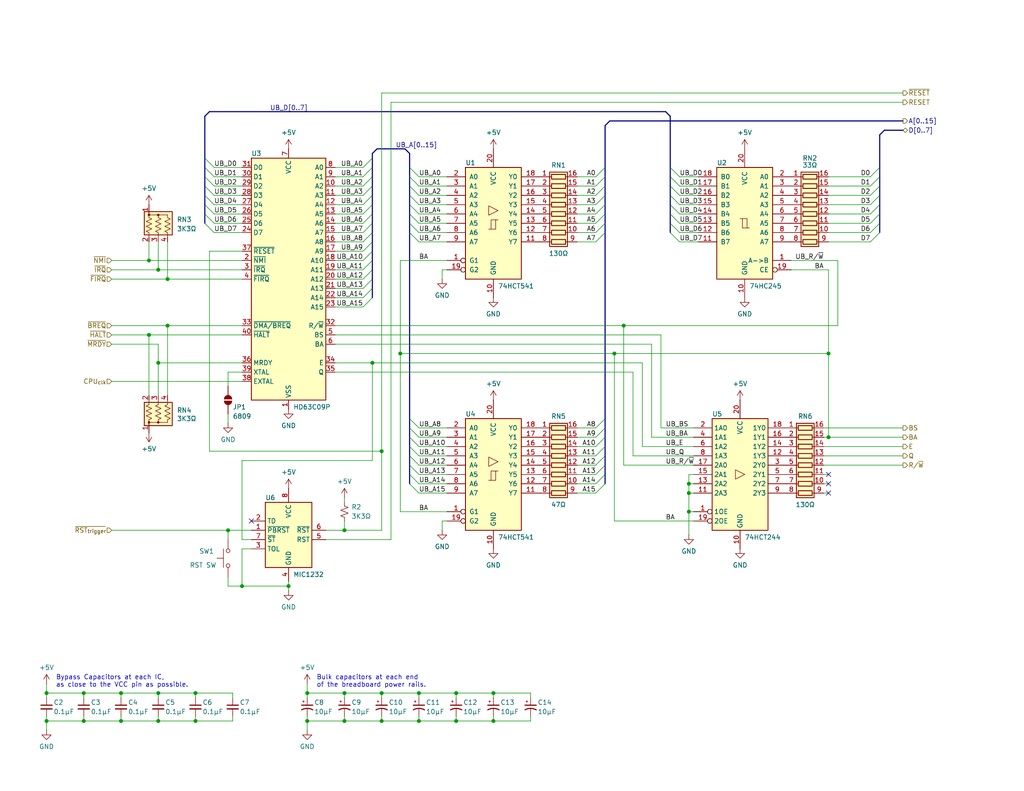
<source format=kicad_sch>
(kicad_sch (version 20250114) (generator "eeschema") (generator_version "9.0")
  (paper "USLetter")
  (title_block (title "CPU - Reset - Bus Buffers") (date "2025-09-13") (rev "2.0") (company "MicroHobbyist") (comment 1 "Frédéric Segard"))
  (lib_symbols
    (symbol "6309 v2.0:MIC1232"
      (property "Reference" "U" (at -5.842 1.016 0))
      (property "Value" "MIC1232" (at 4.826 -19.558 0))
      (symbol "MIC1232_1_1"
        (pin input line (at -10.16 -5.08 0) (length 3.81) (name "TD") (number "2"))
        (pin input line (at -10.16 -7.62 0) (length 3.81) (name "~{PBRST}") (number "1"))
        (pin input line (at -10.16 -10.16 0) (length 3.81) (name "~{ST}") (number "7"))
        (pin input line (at -10.16 -12.7 0) (length 3.81) (name "TOL") (number "3"))
        (pin power_in line (at 0 3.81 270) (length 3.81) (name "VCC") (number "8"))
        (pin power_in line (at 0 -21.59 90) (length 3.81) (name "GND") (number "4"))
        (pin output line (at 10.16 -7.62 180) (length 3.81) (name "~{RST}") (number "6"))
        (pin output line (at 10.16 -10.16 180) (length 3.81) (name "RST") (number "5"))
      )
    )
    (symbol "74xx:74HC244"
      (property "Reference" "U" (at -7.62 16.51 0))
      (property "Value" "74HC244" (at -7.62 -16.51 0))
      (symbol "74HC244_1_0"
        (pin input line (at -12.7 12.7 0) (length 5.08) (name "1A0") (number "2"))
        (pin input line (at -12.7 10.16 0) (length 5.08) (name "1A1") (number "4"))
        (pin input line (at -12.7 7.62 0) (length 5.08) (name "1A2") (number "6"))
        (pin input line (at -12.7 5.08 0) (length 5.08) (name "1A3") (number "8"))
        (pin input line (at -12.7 2.54 0) (length 5.08) (name "2A0") (number "17"))
        (pin input line (at -12.7 0 0) (length 5.08) (name "2A1") (number "15"))
        (pin input line (at -12.7 -2.54 0) (length 5.08) (name "2A2") (number "13"))
        (pin input line (at -12.7 -5.08 0) (length 5.08) (name "2A3") (number "11"))
        (pin input inverted (at -12.7 -10.16 0) (length 5.08) (name "1OE") (number "1"))
        (pin input inverted (at -12.7 -12.7 0) (length 5.08) (name "2OE") (number "19"))
        (pin power_in line (at 0 20.32 270) (length 5.08) (name "VCC") (number "20"))
        (pin power_in line (at 0 -20.32 90) (length 5.08) (name "GND") (number "10"))
        (pin tri_state line (at 12.7 12.7 180) (length 5.08) (name "1Y0") (number "18"))
        (pin tri_state line (at 12.7 10.16 180) (length 5.08) (name "1Y1") (number "16"))
        (pin tri_state line (at 12.7 7.62 180) (length 5.08) (name "1Y2") (number "14"))
        (pin tri_state line (at 12.7 5.08 180) (length 5.08) (name "1Y3") (number "12"))
        (pin tri_state line (at 12.7 2.54 180) (length 5.08) (name "2Y0") (number "3"))
        (pin tri_state line (at 12.7 0 180) (length 5.08) (name "2Y1") (number "5"))
        (pin tri_state line (at 12.7 -2.54 180) (length 5.08) (name "2Y2") (number "7"))
        (pin tri_state line (at 12.7 -5.08 180) (length 5.08) (name "2Y3") (number "9"))
      )
    )
    (symbol "74xx:74HC245" (pin_names (offset 1.016))
      (property "Reference" "U" (at -7.62 16.51 0))
      (property "Value" "74HC245" (at -7.62 -16.51 0))
      (symbol "74HC245_1_0"
        (pin tri_state line (at -12.7 12.7 0) (length 5.08) (name "A0") (number "2"))
        (pin tri_state line (at -12.7 10.16 0) (length 5.08) (name "A1") (number "3"))
        (pin tri_state line (at -12.7 7.62 0) (length 5.08) (name "A2") (number "4"))
        (pin tri_state line (at -12.7 5.08 0) (length 5.08) (name "A3") (number "5"))
        (pin tri_state line (at -12.7 2.54 0) (length 5.08) (name "A4") (number "6"))
        (pin tri_state line (at -12.7 0 0) (length 5.08) (name "A5") (number "7"))
        (pin tri_state line (at -12.7 -2.54 0) (length 5.08) (name "A6") (number "8"))
        (pin tri_state line (at -12.7 -5.08 0) (length 5.08) (name "A7") (number "9"))
        (pin input line (at -12.7 -10.16 0) (length 5.08) (name "A->B") (number "1"))
        (pin input inverted (at -12.7 -12.7 0) (length 5.08) (name "CE") (number "19"))
        (pin power_in line (at 0 20.32 270) (length 5.08) (name "VCC") (number "20"))
        (pin power_in line (at 0 -20.32 90) (length 5.08) (name "GND") (number "10"))
        (pin tri_state line (at 12.7 12.7 180) (length 5.08) (name "B0") (number "18"))
        (pin tri_state line (at 12.7 10.16 180) (length 5.08) (name "B1") (number "17"))
        (pin tri_state line (at 12.7 7.62 180) (length 5.08) (name "B2") (number "16"))
        (pin tri_state line (at 12.7 5.08 180) (length 5.08) (name "B3") (number "15"))
        (pin tri_state line (at 12.7 2.54 180) (length 5.08) (name "B4") (number "14"))
        (pin tri_state line (at 12.7 0 180) (length 5.08) (name "B5") (number "13"))
        (pin tri_state line (at 12.7 -2.54 180) (length 5.08) (name "B6") (number "12"))
        (pin tri_state line (at 12.7 -5.08 180) (length 5.08) (name "B7") (number "11"))
      )
    )
    (symbol "74xx:74HCT541" (pin_names (offset 1.016))
      (property "Reference" "U" (at -7.62 16.51 0))
      (property "Value" "74HCT541" (at -7.62 -16.51 0))
      (symbol "74HCT541_1_0"
        (pin input line (at -12.7 12.7 0) (length 5.08) (name "A0") (number "2"))
        (pin input line (at -12.7 10.16 0) (length 5.08) (name "A1") (number "3"))
        (pin input line (at -12.7 7.62 0) (length 5.08) (name "A2") (number "4"))
        (pin input line (at -12.7 5.08 0) (length 5.08) (name "A3") (number "5"))
        (pin input line (at -12.7 2.54 0) (length 5.08) (name "A4") (number "6"))
        (pin input line (at -12.7 0 0) (length 5.08) (name "A5") (number "7"))
        (pin input line (at -12.7 -2.54 0) (length 5.08) (name "A6") (number "8"))
        (pin input line (at -12.7 -5.08 0) (length 5.08) (name "A7") (number "9"))
        (pin input inverted (at -12.7 -10.16 0) (length 5.08) (name "G1") (number "1"))
        (pin input inverted (at -12.7 -12.7 0) (length 5.08) (name "G2") (number "19"))
        (pin power_in line (at 0 20.32 270) (length 5.08) (name "VCC") (number "20"))
        (pin power_in line (at 0 -20.32 90) (length 5.08) (name "GND") (number "10"))
        (pin tri_state line (at 12.7 12.7 180) (length 5.08) (name "Y0") (number "18"))
        (pin tri_state line (at 12.7 10.16 180) (length 5.08) (name "Y1") (number "17"))
        (pin tri_state line (at 12.7 7.62 180) (length 5.08) (name "Y2") (number "16"))
        (pin tri_state line (at 12.7 5.08 180) (length 5.08) (name "Y3") (number "15"))
        (pin tri_state line (at 12.7 2.54 180) (length 5.08) (name "Y4") (number "14"))
        (pin tri_state line (at 12.7 0 180) (length 5.08) (name "Y5") (number "13"))
        (pin tri_state line (at 12.7 -2.54 180) (length 5.08) (name "Y6") (number "12"))
        (pin tri_state line (at 12.7 -5.08 180) (length 5.08) (name "Y7") (number "11"))
      )
    )
    (symbol "CPU_NXP_6800:MC6809"
      (property "Reference" "U" (at -7.62 34.29 0))
      (property "Value" "MC6809" (at 10.16 34.29 0))
      (symbol "MC6809_1_1"
        (pin bidirectional line (at -12.7 30.48 0) (length 2.54) (name "D0") (number "31"))
        (pin bidirectional line (at -12.7 27.94 0) (length 2.54) (name "D1") (number "30"))
        (pin bidirectional line (at -12.7 25.4 0) (length 2.54) (name "D2") (number "29"))
        (pin bidirectional line (at -12.7 22.86 0) (length 2.54) (name "D3") (number "28"))
        (pin bidirectional line (at -12.7 20.32 0) (length 2.54) (name "D4") (number "27"))
        (pin bidirectional line (at -12.7 17.78 0) (length 2.54) (name "D5") (number "26"))
        (pin bidirectional line (at -12.7 15.24 0) (length 2.54) (name "D6") (number "25"))
        (pin bidirectional line (at -12.7 12.7 0) (length 2.54) (name "D7") (number "24"))
        (pin input line (at -12.7 7.62 0) (length 2.54) (name "~{RESET}") (number "37"))
        (pin input line (at -12.7 5.08 0) (length 2.54) (name "~{NMI}") (number "2"))
        (pin input line (at -12.7 2.54 0) (length 2.54) (name "~{IRQ}") (number "3"))
        (pin input line (at -12.7 0 0) (length 2.54) (name "~{FIRQ}") (number "4"))
        (pin input line (at -12.7 -12.7 0) (length 2.54) (name "~{DMA/BREQ}") (number "33"))
        (pin input line (at -12.7 -15.24 0) (length 2.54) (name "~{HALT}") (number "40"))
        (pin input line (at -12.7 -22.86 0) (length 2.54) (name "MRDY") (number "36"))
        (pin input line (at -12.7 -25.4 0) (length 2.54) (name "XTAL") (number "39"))
        (pin input line (at -12.7 -27.94 0) (length 2.54) (name "EXTAL") (number "38"))
        (pin power_in line (at 0 35.56 270) (length 2.54) (name "VCC") (number "7"))
        (pin power_in line (at 0 -35.56 90) (length 2.54) (name "VSS") (number "1"))
        (pin output line (at 12.7 30.48 180) (length 2.54) (name "A0") (number "8"))
        (pin output line (at 12.7 27.94 180) (length 2.54) (name "A1") (number "9"))
        (pin output line (at 12.7 25.4 180) (length 2.54) (name "A2") (number "10"))
        (pin output line (at 12.7 22.86 180) (length 2.54) (name "A3") (number "11"))
        (pin output line (at 12.7 20.32 180) (length 2.54) (name "A4") (number "12"))
        (pin output line (at 12.7 17.78 180) (length 2.54) (name "A5") (number "13"))
        (pin output line (at 12.7 15.24 180) (length 2.54) (name "A6") (number "14"))
        (pin output line (at 12.7 12.7 180) (length 2.54) (name "A7") (number "15"))
        (pin output line (at 12.7 10.16 180) (length 2.54) (name "A8") (number "16"))
        (pin output line (at 12.7 7.62 180) (length 2.54) (name "A9") (number "17"))
        (pin output line (at 12.7 5.08 180) (length 2.54) (name "A10") (number "18"))
        (pin output line (at 12.7 2.54 180) (length 2.54) (name "A11") (number "19"))
        (pin output line (at 12.7 0 180) (length 2.54) (name "A12") (number "20"))
        (pin output line (at 12.7 -2.54 180) (length 2.54) (name "A13") (number "21"))
        (pin output line (at 12.7 -5.08 180) (length 2.54) (name "A14") (number "22"))
        (pin output line (at 12.7 -7.62 180) (length 2.54) (name "A15") (number "23"))
        (pin output line (at 12.7 -12.7 180) (length 2.54) (name "R/~{W}") (number "32"))
        (pin output line (at 12.7 -15.24 180) (length 2.54) (name "BS") (number "5"))
        (pin output line (at 12.7 -17.78 180) (length 2.54) (name "BA") (number "6"))
        (pin output line (at 12.7 -22.86 180) (length 2.54) (name "E") (number "34"))
        (pin output line (at 12.7 -25.4 180) (length 2.54) (name "Q") (number "35"))
      )
    )
    (symbol "Device:C_Polarized_Small_US" (pin_numbers (hide yes)) (pin_names (offset 0.254) (hide yes))
      (property "Reference" "C" (at 0.254 1.778 0))
      (property "Value" "C_Polarized_Small_US" (at 0.254 -2.032 0))
      (symbol "C_Polarized_Small_US_1_1"
        (pin passive line (at 0 2.54 270) (length 2.032) (name "~") (number "1"))
        (pin passive line (at 0 -2.54 90) (length 2.032) (name "~") (number "2"))
      )
    )
    (symbol "Device:C_Small" (pin_numbers (hide yes)) (pin_names (offset 0.254) (hide yes))
      (property "Reference" "C" (at 0.254 1.778 0))
      (property "Value" "C_Small" (at 0.254 -2.032 0))
      (symbol "C_Small_1_1"
        (pin passive line (at 0 2.54 270) (length 2.032) (name "~") (number "1"))
        (pin passive line (at 0 -2.54 90) (length 2.032) (name "~") (number "2"))
      )
    )
    (symbol "Device:R_Network03_US" (pin_names (offset 0) (hide yes))
      (property "Reference" "RN" (at -5.08 0 90))
      (property "Value" "R_Network03_US" (at 5.08 0 90))
      (symbol "R_Network03_US_1_1"
        (pin passive line (at -2.54 5.08 270) (length 2.54) (name "common") (number "1"))
        (pin passive line (at -2.54 -5.08 90) (length 1.27) (name "R1") (number "2"))
        (pin passive line (at 0 -5.08 90) (length 1.27) (name "R2") (number "3"))
        (pin passive line (at 2.54 -5.08 90) (length 1.27) (name "R3") (number "4"))
      )
    )
    (symbol "Device:R_Pack08" (pin_names (offset 0) (hide yes))
      (property "Reference" "RN" (at -12.7 0 90))
      (property "Value" "R_Pack08" (at 10.16 0 90))
      (symbol "R_Pack08_1_1"
        (pin passive line (at -10.16 5.08 270) (length 2.54) (name "R1.2") (number "16"))
        (pin passive line (at -10.16 -5.08 90) (length 2.54) (name "R1.1") (number "1"))
        (pin passive line (at -7.62 5.08 270) (length 2.54) (name "R2.2") (number "15"))
        (pin passive line (at -7.62 -5.08 90) (length 2.54) (name "R2.1") (number "2"))
        (pin passive line (at -5.08 5.08 270) (length 2.54) (name "R3.2") (number "14"))
        (pin passive line (at -5.08 -5.08 90) (length 2.54) (name "R3.1") (number "3"))
        (pin passive line (at -2.54 5.08 270) (length 2.54) (name "R4.2") (number "13"))
        (pin passive line (at -2.54 -5.08 90) (length 2.54) (name "R4.1") (number "4"))
        (pin passive line (at 0 5.08 270) (length 2.54) (name "R5.2") (number "12"))
        (pin passive line (at 0 -5.08 90) (length 2.54) (name "R5.1") (number "5"))
        (pin passive line (at 2.54 5.08 270) (length 2.54) (name "R6.2") (number "11"))
        (pin passive line (at 2.54 -5.08 90) (length 2.54) (name "R6.1") (number "6"))
        (pin passive line (at 5.08 5.08 270) (length 2.54) (name "R7.2") (number "10"))
        (pin passive line (at 5.08 -5.08 90) (length 2.54) (name "R7.1") (number "7"))
        (pin passive line (at 7.62 5.08 270) (length 2.54) (name "R8.2") (number "9"))
        (pin passive line (at 7.62 -5.08 90) (length 2.54) (name "R8.1") (number "8"))
      )
    )
    (symbol "Device:R_Small_US" (pin_numbers (hide yes)) (pin_names (offset 0.254) (hide yes))
      (property "Reference" "R" (at 0.762 0.508 0))
      (property "Value" "R_Small_US" (at 0.762 -1.016 0))
      (symbol "R_Small_US_1_1"
        (pin passive line (at 0 2.54 270) (length 1.016) (name "~") (number "1"))
        (pin passive line (at 0 -2.54 90) (length 1.016) (name "~") (number "2"))
      )
    )
    (symbol "Jumper:SolderJumper_2_Open" (pin_numbers (hide yes)) (pin_names (offset 0) (hide yes)) (in_bom no)
      (property "Reference" "JP" (at 0 2.032 0))
      (property "Value" "SolderJumper_2_Open" (at 0 -2.54 0))
      (symbol "SolderJumper_2_Open_1_1"
        (pin passive line (at -3.81 0 0) (length 2.54) (name "A") (number "1"))
        (pin passive line (at 3.81 0 180) (length 2.54) (name "B") (number "2"))
      )
    )
    (symbol "Switch:SW_Push" (pin_numbers (hide yes)) (pin_names (offset 1.016) (hide yes))
      (property "Reference" "SW" (at 1.27 2.54 0))
      (property "Value" "SW_Push" (at 0 -1.524 0))
      (symbol "SW_Push_0_1"
        (pin passive line (at -5.08 0 0) (length 2.54) (name "1") (number "1"))
        (pin passive line (at 5.08 0 180) (length 2.54) (name "2") (number "2"))
      )
    )
    (symbol "power:+5V" (power) (pin_numbers (hide yes)) (pin_names (offset 0) (hide yes))
      (property "Value" "+5V" (at 0 3.556 0))
      (symbol "+5V_1_1"
        (pin power_in line (at 0 0 90) (length 0) (name "~") (number "1"))
      )
    )
    (symbol "power:GND" (power) (pin_numbers (hide yes)) (pin_names (offset 0) (hide yes))
      (property "Value" "GND" (at 0 -3.81 0))
      (symbol "GND_1_1"
        (pin power_in line (at 0 0 270) (length 0) (name "~") (number "1"))
      )
    )
  )
  (text "Bypass Capacitors at each IC,\nas close to the VCC pin as possible." (at 15.24 186.055 0) (effects (font (size 1.27 1.27)) (justify left)))
  (text "Bulk capacitors at each end\nof the breadboard power rails." (at 86.36 186.055 0) (effects (font (size 1.27 1.27)) (justify left)))
  (junction (at 78.74 160.02))
  (junction (at 187.96 134.62))
  (junction (at 33.02 196.85))
  (junction (at 83.82 196.85))
  (junction (at 43.18 196.85))
  (junction (at 124.46 189.23))
  (junction (at 114.3 189.23))
  (junction (at 43.18 73.66))
  (junction (at 43.18 99.06))
  (junction (at 62.23 144.78))
  (junction (at 170.18 88.9))
  (junction (at 93.98 196.85))
  (junction (at 134.62 189.23))
  (junction (at 53.34 189.23))
  (junction (at 45.72 76.2))
  (junction (at 53.34 196.85))
  (junction (at 12.7 189.23))
  (junction (at 43.18 189.23))
  (junction (at 104.14 189.23))
  (junction (at 187.96 132.08))
  (junction (at 226.06 96.52))
  (junction (at 22.86 196.85))
  (junction (at 134.62 196.85))
  (junction (at 226.06 119.38))
  (junction (at 83.82 189.23))
  (junction (at 66.04 160.02))
  (junction (at 93.98 189.23))
  (junction (at 93.98 144.78))
  (junction (at 124.46 196.85))
  (junction (at 40.64 91.44))
  (junction (at 187.96 139.7))
  (junction (at 22.86 189.23))
  (junction (at 12.7 196.85))
  (junction (at 167.64 96.52))
  (junction (at 109.22 96.52))
  (junction (at 33.02 189.23))
  (junction (at 104.14 196.85))
  (junction (at 45.72 88.9))
  (junction (at 104.14 123.19))
  (junction (at 101.6 99.06))
  (junction (at 40.64 71.12))
  (junction (at 114.3 196.85))
  (no_connect (at 226.06 132.08))
  (no_connect (at 226.06 134.62))
  (no_connect (at 68.58 142.24))
  (no_connect (at 226.06 129.54))
  (bus_entry (at 55.88 58.42) (size 2.54 2.54))
  (bus_entry (at 182.88 63.5) (size 2.54 2.54))
  (bus_entry (at 99.06 83.82) (size 2.54 -2.54))
  (bus_entry (at 162.56 63.5) (size 2.54 -2.54))
  (bus_entry (at 55.88 55.88) (size 2.54 2.54))
  (bus_entry (at 111.76 121.92) (size 2.54 2.54))
  (bus_entry (at 237.49 58.42) (size 2.54 -2.54))
  (bus_entry (at 111.76 53.34) (size 2.54 2.54))
  (bus_entry (at 182.88 53.34) (size 2.54 2.54))
  (bus_entry (at 182.88 48.26) (size 2.54 2.54))
  (bus_entry (at 162.56 124.46) (size 2.54 -2.54))
  (bus_entry (at 237.49 53.34) (size 2.54 -2.54))
  (bus_entry (at 162.56 53.34) (size 2.54 -2.54))
  (bus_entry (at 162.56 134.62) (size 2.54 -2.54))
  (bus_entry (at 237.49 48.26) (size 2.54 -2.54))
  (bus_entry (at 111.76 48.26) (size 2.54 2.54))
  (bus_entry (at 111.76 124.46) (size 2.54 2.54))
  (bus_entry (at 182.88 55.88) (size 2.54 2.54))
  (bus_entry (at 162.56 48.26) (size 2.54 -2.54))
  (bus_entry (at 99.06 53.34) (size 2.54 -2.54))
  (bus_entry (at 111.76 119.38) (size 2.54 2.54))
  (bus_entry (at 99.06 58.42) (size 2.54 -2.54))
  (bus_entry (at 162.56 116.84) (size 2.54 -2.54))
  (bus_entry (at 99.06 68.58) (size 2.54 -2.54))
  (bus_entry (at 182.88 60.96) (size 2.54 2.54))
  (bus_entry (at 162.56 55.88) (size 2.54 -2.54))
  (bus_entry (at 55.88 53.34) (size 2.54 2.54))
  (bus_entry (at 162.56 58.42) (size 2.54 -2.54))
  (bus_entry (at 111.76 116.84) (size 2.54 2.54))
  (bus_entry (at 111.76 129.54) (size 2.54 2.54))
  (bus_entry (at 162.56 129.54) (size 2.54 -2.54))
  (bus_entry (at 99.06 50.8) (size 2.54 -2.54))
  (bus_entry (at 162.56 50.8) (size 2.54 -2.54))
  (bus_entry (at 182.88 45.72) (size 2.54 2.54))
  (bus_entry (at 55.88 60.96) (size 2.54 2.54))
  (bus_entry (at 55.88 43.18) (size 2.54 2.54))
  (bus_entry (at 111.76 45.72) (size 2.54 2.54))
  (bus_entry (at 182.88 50.8) (size 2.54 2.54))
  (bus_entry (at 55.88 48.26) (size 2.54 2.54))
  (bus_entry (at 55.88 45.72) (size 2.54 2.54))
  (bus_entry (at 111.76 60.96) (size 2.54 2.54))
  (bus_entry (at 99.06 76.2) (size 2.54 -2.54))
  (bus_entry (at 111.76 114.3) (size 2.54 2.54))
  (bus_entry (at 162.56 121.92) (size 2.54 -2.54))
  (bus_entry (at 237.49 55.88) (size 2.54 -2.54))
  (bus_entry (at 162.56 127) (size 2.54 -2.54))
  (bus_entry (at 111.76 55.88) (size 2.54 2.54))
  (bus_entry (at 162.56 60.96) (size 2.54 -2.54))
  (bus_entry (at 111.76 127) (size 2.54 2.54))
  (bus_entry (at 182.88 58.42) (size 2.54 2.54))
  (bus_entry (at 99.06 55.88) (size 2.54 -2.54))
  (bus_entry (at 111.76 50.8) (size 2.54 2.54))
  (bus_entry (at 99.06 66.04) (size 2.54 -2.54))
  (bus_entry (at 237.49 60.96) (size 2.54 -2.54))
  (bus_entry (at 99.06 81.28) (size 2.54 -2.54))
  (bus_entry (at 111.76 58.42) (size 2.54 2.54))
  (bus_entry (at 237.49 66.04) (size 2.54 -2.54))
  (bus_entry (at 111.76 132.08) (size 2.54 2.54))
  (bus_entry (at 99.06 63.5) (size 2.54 -2.54))
  (bus_entry (at 99.06 71.12) (size 2.54 -2.54))
  (bus_entry (at 237.49 50.8) (size 2.54 -2.54))
  (bus_entry (at 162.56 132.08) (size 2.54 -2.54))
  (bus_entry (at 99.06 45.72) (size 2.54 -2.54))
  (bus_entry (at 237.49 63.5) (size 2.54 -2.54))
  (bus_entry (at 99.06 48.26) (size 2.54 -2.54))
  (bus_entry (at 99.06 73.66) (size 2.54 -2.54))
  (bus_entry (at 162.56 66.04) (size 2.54 -2.54))
  (bus_entry (at 99.06 60.96) (size 2.54 -2.54))
  (bus_entry (at 99.06 78.74) (size 2.54 -2.54))
  (bus_entry (at 111.76 63.5) (size 2.54 2.54))
  (bus_entry (at 162.56 119.38) (size 2.54 -2.54))
  (bus_entry (at 55.88 50.8) (size 2.54 2.54))
  (wire (pts (xy 53.34 195.58) (xy 53.34 196.85)))
  (wire (pts (xy 121.92 134.62) (xy 114.3 134.62)))
  (wire (pts (xy 109.22 96.52) (xy 109.22 139.7)))
  (wire (pts (xy 121.92 129.54) (xy 114.3 129.54)))
  (bus (pts (xy 101.6 48.26) (xy 101.6 50.8)))
  (bus (pts (xy 182.88 31.75) (xy 182.88 45.72)))
  (bus (pts (xy 111.76 127) (xy 111.76 129.54)))
  (bus (pts (xy 102.87 40.64) (xy 110.49 40.64)))
  (bus (pts (xy 101.6 53.34) (xy 101.6 55.88)))
  (wire (pts (xy 91.44 93.98) (xy 177.8 93.98)))
  (wire (pts (xy 157.48 116.84) (xy 162.56 116.84)))
  (wire (pts (xy 91.44 101.6) (xy 172.72 101.6)))
  (wire (pts (xy 180.34 116.84) (xy 189.23 116.84)))
  (wire (pts (xy 101.6 99.06) (xy 175.26 99.06)))
  (wire (pts (xy 157.48 50.8) (xy 162.56 50.8)))
  (wire (pts (xy 224.79 132.08) (xy 226.06 132.08)))
  (wire (pts (xy 62.23 160.02) (xy 66.04 160.02)))
  (wire (pts (xy 91.44 60.96) (xy 99.06 60.96)))
  (wire (pts (xy 104.14 196.85) (xy 114.3 196.85)))
  (wire (pts (xy 144.78 189.23) (xy 144.78 190.5)))
  (wire (pts (xy 185.42 63.5) (xy 190.5 63.5)))
  (wire (pts (xy 91.44 81.28) (xy 99.06 81.28)))
  (bus (pts (xy 240.03 36.83) (xy 240.03 45.72)))
  (bus (pts (xy 55.88 50.8) (xy 55.88 48.26)))
  (wire (pts (xy 33.02 189.23) (xy 43.18 189.23)))
  (wire (pts (xy 40.64 91.44) (xy 66.04 91.44)))
  (bus (pts (xy 101.6 43.18) (xy 101.6 45.72)))
  (wire (pts (xy 134.62 189.23) (xy 144.78 189.23)))
  (wire (pts (xy 93.98 189.23) (xy 93.98 190.5)))
  (wire (pts (xy 66.04 149.86) (xy 66.04 160.02)))
  (wire (pts (xy 58.42 58.42) (xy 66.04 58.42)))
  (wire (pts (xy 30.48 71.12) (xy 40.64 71.12)))
  (wire (pts (xy 62.23 101.6) (xy 66.04 101.6)))
  (wire (pts (xy 83.82 189.23) (xy 83.82 190.5)))
  (bus (pts (xy 241.3 35.56) (xy 246.38 35.56)))
  (wire (pts (xy 104.14 189.23) (xy 114.3 189.23)))
  (wire (pts (xy 62.23 144.78) (xy 68.58 144.78)))
  (wire (pts (xy 228.6 71.12) (xy 228.6 88.9)))
  (wire (pts (xy 40.64 71.12) (xy 66.04 71.12)))
  (wire (pts (xy 157.48 55.88) (xy 162.56 55.88)))
  (wire (pts (xy 62.23 101.6) (xy 62.23 105.41)))
  (wire (pts (xy 106.68 27.94) (xy 246.38 27.94)))
  (wire (pts (xy 40.64 66.04) (xy 40.64 71.12)))
  (wire (pts (xy 57.15 68.58) (xy 66.04 68.58)))
  (wire (pts (xy 134.62 189.23) (xy 134.62 190.5)))
  (wire (pts (xy 43.18 73.66) (xy 66.04 73.66)))
  (bus (pts (xy 165.1 63.5) (xy 165.1 60.96)))
  (bus (pts (xy 101.6 68.58) (xy 101.6 71.12)))
  (wire (pts (xy 187.96 132.08) (xy 187.96 134.62)))
  (wire (pts (xy 157.48 121.92) (xy 162.56 121.92)))
  (wire (pts (xy 33.02 189.23) (xy 33.02 190.5)))
  (wire (pts (xy 187.96 139.7) (xy 189.23 139.7)))
  (wire (pts (xy 187.96 132.08) (xy 189.23 132.08)))
  (bus (pts (xy 111.76 45.72) (xy 111.76 48.26)))
  (bus (pts (xy 165.1 132.08) (xy 165.1 129.54)))
  (wire (pts (xy 91.44 71.12) (xy 99.06 71.12)))
  (wire (pts (xy 30.48 76.2) (xy 45.72 76.2)))
  (wire (pts (xy 170.18 88.9) (xy 170.18 127)))
  (wire (pts (xy 224.79 124.46) (xy 246.38 124.46)))
  (wire (pts (xy 120.65 73.66) (xy 120.65 76.2)))
  (bus (pts (xy 101.6 41.91) (xy 101.6 43.18)))
  (wire (pts (xy 224.79 116.84) (xy 246.38 116.84)))
  (wire (pts (xy 53.34 189.23) (xy 53.34 190.5)))
  (wire (pts (xy 114.3 196.85) (xy 124.46 196.85)))
  (wire (pts (xy 45.72 76.2) (xy 66.04 76.2)))
  (wire (pts (xy 88.9 144.78) (xy 93.98 144.78)))
  (wire (pts (xy 58.42 53.34) (xy 66.04 53.34)))
  (wire (pts (xy 93.98 144.78) (xy 104.14 144.78)))
  (wire (pts (xy 226.06 63.5) (xy 237.49 63.5)))
  (bus (pts (xy 182.88 60.96) (xy 182.88 58.42)))
  (bus (pts (xy 240.03 45.72) (xy 240.03 48.26)))
  (bus (pts (xy 111.76 41.91) (xy 111.76 45.72)))
  (wire (pts (xy 124.46 189.23) (xy 124.46 190.5)))
  (wire (pts (xy 53.34 189.23) (xy 63.5 189.23)))
  (bus (pts (xy 101.6 63.5) (xy 101.6 66.04)))
  (wire (pts (xy 33.02 195.58) (xy 33.02 196.85)))
  (wire (pts (xy 157.48 127) (xy 162.56 127)))
  (wire (pts (xy 134.62 195.58) (xy 134.62 196.85)))
  (wire (pts (xy 58.42 60.96) (xy 66.04 60.96)))
  (wire (pts (xy 62.23 144.78) (xy 62.23 147.32)))
  (wire (pts (xy 91.44 91.44) (xy 180.34 91.44)))
  (wire (pts (xy 93.98 189.23) (xy 104.14 189.23)))
  (wire (pts (xy 57.15 68.58) (xy 57.15 123.19)))
  (wire (pts (xy 121.92 63.5) (xy 114.3 63.5)))
  (wire (pts (xy 91.44 45.72) (xy 99.06 45.72)))
  (bus (pts (xy 101.6 71.12) (xy 101.6 73.66)))
  (bus (pts (xy 101.6 76.2) (xy 101.6 78.74)))
  (wire (pts (xy 109.22 71.12) (xy 109.22 96.52)))
  (wire (pts (xy 91.44 73.66) (xy 99.06 73.66)))
  (wire (pts (xy 66.04 125.73) (xy 66.04 147.32)))
  (wire (pts (xy 91.44 99.06) (xy 101.6 99.06)))
  (bus (pts (xy 165.1 114.3) (xy 165.1 63.5)))
  (wire (pts (xy 43.18 189.23) (xy 53.34 189.23)))
  (wire (pts (xy 121.92 58.42) (xy 114.3 58.42)))
  (wire (pts (xy 91.44 66.04) (xy 99.06 66.04)))
  (wire (pts (xy 22.86 196.85) (xy 33.02 196.85)))
  (wire (pts (xy 43.18 66.04) (xy 43.18 73.66)))
  (wire (pts (xy 226.06 96.52) (xy 226.06 119.38)))
  (wire (pts (xy 62.23 157.48) (xy 62.23 160.02)))
  (bus (pts (xy 57.15 30.48) (xy 181.61 30.48)))
  (bus (pts (xy 165.1 55.88) (xy 165.1 53.34)))
  (wire (pts (xy 22.86 195.58) (xy 22.86 196.85)))
  (wire (pts (xy 134.62 196.85) (xy 144.78 196.85)))
  (wire (pts (xy 167.64 96.52) (xy 226.06 96.52)))
  (wire (pts (xy 120.65 142.24) (xy 121.92 142.24)))
  (bus (pts (xy 182.88 58.42) (xy 182.88 55.88)))
  (wire (pts (xy 226.06 60.96) (xy 237.49 60.96)))
  (wire (pts (xy 43.18 196.85) (xy 53.34 196.85)))
  (wire (pts (xy 120.65 142.24) (xy 120.65 144.78)))
  (wire (pts (xy 91.44 48.26) (xy 99.06 48.26)))
  (wire (pts (xy 187.96 134.62) (xy 187.96 139.7)))
  (wire (pts (xy 30.48 88.9) (xy 45.72 88.9)))
  (bus (pts (xy 101.6 58.42) (xy 101.6 60.96)))
  (wire (pts (xy 58.42 50.8) (xy 66.04 50.8)))
  (wire (pts (xy 121.92 124.46) (xy 114.3 124.46)))
  (wire (pts (xy 121.92 48.26) (xy 114.3 48.26)))
  (wire (pts (xy 172.72 124.46) (xy 189.23 124.46)))
  (wire (pts (xy 226.06 55.88) (xy 237.49 55.88)))
  (wire (pts (xy 185.42 55.88) (xy 190.5 55.88)))
  (wire (pts (xy 22.86 189.23) (xy 22.86 190.5)))
  (wire (pts (xy 12.7 189.23) (xy 12.7 190.5)))
  (wire (pts (xy 58.42 63.5) (xy 66.04 63.5)))
  (bus (pts (xy 111.76 53.34) (xy 111.76 55.88)))
  (bus (pts (xy 111.76 63.5) (xy 111.76 114.3)))
  (bus (pts (xy 165.1 119.38) (xy 165.1 116.84)))
  (wire (pts (xy 120.65 73.66) (xy 121.92 73.66)))
  (wire (pts (xy 226.06 73.66) (xy 226.06 96.52)))
  (wire (pts (xy 109.22 139.7) (xy 121.92 139.7)))
  (wire (pts (xy 12.7 196.85) (xy 22.86 196.85)))
  (bus (pts (xy 55.88 58.42) (xy 55.88 55.88)))
  (wire (pts (xy 43.18 189.23) (xy 43.18 190.5)))
  (bus (pts (xy 101.6 55.88) (xy 101.6 58.42)))
  (wire (pts (xy 175.26 99.06) (xy 175.26 121.92)))
  (wire (pts (xy 45.72 88.9) (xy 66.04 88.9)))
  (wire (pts (xy 12.7 189.23) (xy 22.86 189.23)))
  (wire (pts (xy 114.3 195.58) (xy 114.3 196.85)))
  (wire (pts (xy 121.92 66.04) (xy 114.3 66.04)))
  (wire (pts (xy 104.14 25.4) (xy 246.38 25.4)))
  (wire (pts (xy 106.68 27.94) (xy 106.68 147.32)))
  (bus (pts (xy 182.88 63.5) (xy 182.88 60.96)))
  (wire (pts (xy 185.42 60.96) (xy 190.5 60.96)))
  (bus (pts (xy 182.88 50.8) (xy 182.88 48.26)))
  (wire (pts (xy 43.18 99.06) (xy 66.04 99.06)))
  (wire (pts (xy 63.5 189.23) (xy 63.5 190.5)))
  (bus (pts (xy 111.76 114.3) (xy 111.76 116.84)))
  (bus (pts (xy 165.1 116.84) (xy 165.1 114.3)))
  (wire (pts (xy 215.9 71.12) (xy 228.6 71.12)))
  (wire (pts (xy 83.82 186.69) (xy 83.82 189.23)))
  (bus (pts (xy 165.1 45.72) (xy 165.1 34.29)))
  (bus (pts (xy 165.1 60.96) (xy 165.1 58.42)))
  (wire (pts (xy 170.18 127) (xy 189.23 127)))
  (bus (pts (xy 111.76 129.54) (xy 111.76 132.08)))
  (bus (pts (xy 165.1 48.26) (xy 165.1 45.72)))
  (wire (pts (xy 30.48 104.14) (xy 66.04 104.14)))
  (wire (pts (xy 187.96 139.7) (xy 187.96 146.05)))
  (wire (pts (xy 91.44 76.2) (xy 99.06 76.2)))
  (wire (pts (xy 177.8 119.38) (xy 189.23 119.38)))
  (bus (pts (xy 182.88 48.26) (xy 182.88 45.72)))
  (bus (pts (xy 111.76 58.42) (xy 111.76 60.96)))
  (wire (pts (xy 215.9 73.66) (xy 226.06 73.66)))
  (bus (pts (xy 111.76 119.38) (xy 111.76 121.92)))
  (bus (pts (xy 55.88 48.26) (xy 55.88 45.72)))
  (wire (pts (xy 45.72 66.04) (xy 45.72 76.2)))
  (wire (pts (xy 104.14 25.4) (xy 104.14 123.19)))
  (bus (pts (xy 182.88 31.75) (xy 181.61 30.48)))
  (wire (pts (xy 226.06 53.34) (xy 237.49 53.34)))
  (wire (pts (xy 157.48 60.96) (xy 162.56 60.96)))
  (wire (pts (xy 157.48 132.08) (xy 162.56 132.08)))
  (bus (pts (xy 165.1 124.46) (xy 165.1 121.92)))
  (wire (pts (xy 109.22 96.52) (xy 167.64 96.52)))
  (bus (pts (xy 240.03 50.8) (xy 240.03 53.34)))
  (wire (pts (xy 185.42 58.42) (xy 190.5 58.42)))
  (wire (pts (xy 30.48 91.44) (xy 40.64 91.44)))
  (bus (pts (xy 182.88 55.88) (xy 182.88 53.34)))
  (wire (pts (xy 66.04 125.73) (xy 101.6 125.73)))
  (wire (pts (xy 157.48 129.54) (xy 162.56 129.54)))
  (wire (pts (xy 157.48 53.34) (xy 162.56 53.34)))
  (wire (pts (xy 91.44 63.5) (xy 99.06 63.5)))
  (bus (pts (xy 165.1 121.92) (xy 165.1 119.38)))
  (bus (pts (xy 55.88 31.75) (xy 57.15 30.48)))
  (wire (pts (xy 58.42 48.26) (xy 66.04 48.26)))
  (wire (pts (xy 12.7 186.69) (xy 12.7 189.23)))
  (wire (pts (xy 226.06 50.8) (xy 237.49 50.8)))
  (wire (pts (xy 43.18 195.58) (xy 43.18 196.85)))
  (wire (pts (xy 114.3 189.23) (xy 124.46 189.23)))
  (wire (pts (xy 93.98 196.85) (xy 104.14 196.85)))
  (wire (pts (xy 121.92 119.38) (xy 114.3 119.38)))
  (bus (pts (xy 165.1 129.54) (xy 165.1 127)))
  (bus (pts (xy 166.37 33.02) (xy 246.38 33.02)))
  (wire (pts (xy 226.06 48.26) (xy 237.49 48.26)))
  (bus (pts (xy 111.76 116.84) (xy 111.76 119.38)))
  (bus (pts (xy 182.88 53.34) (xy 182.88 50.8)))
  (bus (pts (xy 101.6 60.96) (xy 101.6 63.5)))
  (wire (pts (xy 121.92 55.88) (xy 114.3 55.88)))
  (wire (pts (xy 93.98 135.89) (xy 93.98 137.16)))
  (wire (pts (xy 177.8 93.98) (xy 177.8 119.38)))
  (wire (pts (xy 40.64 91.44) (xy 40.64 107.95)))
  (bus (pts (xy 101.6 41.91) (xy 102.87 40.64)))
  (bus (pts (xy 111.76 55.88) (xy 111.76 58.42)))
  (wire (pts (xy 185.42 53.34) (xy 190.5 53.34)))
  (wire (pts (xy 187.96 134.62) (xy 189.23 134.62)))
  (wire (pts (xy 88.9 147.32) (xy 106.68 147.32)))
  (wire (pts (xy 180.34 91.44) (xy 180.34 116.84)))
  (wire (pts (xy 104.14 195.58) (xy 104.14 196.85)))
  (wire (pts (xy 91.44 78.74) (xy 99.06 78.74)))
  (bus (pts (xy 240.03 55.88) (xy 240.03 58.42)))
  (wire (pts (xy 175.26 121.92) (xy 189.23 121.92)))
  (wire (pts (xy 83.82 195.58) (xy 83.82 196.85)))
  (bus (pts (xy 240.03 36.83) (xy 241.3 35.56)))
  (wire (pts (xy 91.44 53.34) (xy 99.06 53.34)))
  (wire (pts (xy 33.02 196.85) (xy 43.18 196.85)))
  (wire (pts (xy 30.48 73.66) (xy 43.18 73.66)))
  (wire (pts (xy 91.44 55.88) (xy 99.06 55.88)))
  (wire (pts (xy 83.82 196.85) (xy 83.82 199.39)))
  (wire (pts (xy 157.48 63.5) (xy 162.56 63.5)))
  (wire (pts (xy 104.14 123.19) (xy 104.14 144.78)))
  (wire (pts (xy 224.79 129.54) (xy 226.06 129.54)))
  (bus (pts (xy 111.76 121.92) (xy 111.76 124.46)))
  (wire (pts (xy 224.79 119.38) (xy 226.06 119.38)))
  (bus (pts (xy 165.1 58.42) (xy 165.1 55.88)))
  (bus (pts (xy 240.03 48.26) (xy 240.03 50.8)))
  (wire (pts (xy 66.04 147.32) (xy 68.58 147.32)))
  (wire (pts (xy 109.22 71.12) (xy 121.92 71.12)))
  (wire (pts (xy 43.18 93.98) (xy 43.18 99.06)))
  (wire (pts (xy 93.98 142.24) (xy 93.98 144.78)))
  (bus (pts (xy 55.88 45.72) (xy 55.88 43.18)))
  (wire (pts (xy 57.15 123.19) (xy 104.14 123.19)))
  (wire (pts (xy 172.72 101.6) (xy 172.72 124.46)))
  (bus (pts (xy 101.6 66.04) (xy 101.6 68.58)))
  (bus (pts (xy 101.6 73.66) (xy 101.6 76.2)))
  (wire (pts (xy 157.48 66.04) (xy 162.56 66.04)))
  (wire (pts (xy 157.48 134.62) (xy 162.56 134.62)))
  (bus (pts (xy 55.88 60.96) (xy 55.88 58.42)))
  (bus (pts (xy 111.76 60.96) (xy 111.76 63.5)))
  (wire (pts (xy 226.06 66.04) (xy 237.49 66.04)))
  (wire (pts (xy 43.18 99.06) (xy 43.18 107.95)))
  (bus (pts (xy 165.1 127) (xy 165.1 124.46)))
  (wire (pts (xy 124.46 195.58) (xy 124.46 196.85)))
  (bus (pts (xy 240.03 60.96) (xy 240.03 63.5)))
  (wire (pts (xy 91.44 83.82) (xy 99.06 83.82)))
  (wire (pts (xy 78.74 161.29) (xy 78.74 160.02)))
  (wire (pts (xy 157.48 48.26) (xy 162.56 48.26)))
  (bus (pts (xy 240.03 58.42) (xy 240.03 60.96)))
  (bus (pts (xy 111.76 124.46) (xy 111.76 127)))
  (wire (pts (xy 91.44 68.58) (xy 99.06 68.58)))
  (wire (pts (xy 78.74 160.02) (xy 78.74 158.75)))
  (wire (pts (xy 45.72 88.9) (xy 45.72 107.95)))
  (wire (pts (xy 121.92 121.92) (xy 114.3 121.92)))
  (wire (pts (xy 224.79 134.62) (xy 226.06 134.62)))
  (wire (pts (xy 62.23 113.03) (xy 62.23 115.57)))
  (wire (pts (xy 101.6 99.06) (xy 101.6 125.73)))
  (wire (pts (xy 12.7 195.58) (xy 12.7 196.85)))
  (wire (pts (xy 83.82 196.85) (xy 93.98 196.85)))
  (wire (pts (xy 66.04 160.02) (xy 78.74 160.02)))
  (wire (pts (xy 124.46 196.85) (xy 134.62 196.85)))
  (wire (pts (xy 22.86 189.23) (xy 33.02 189.23)))
  (wire (pts (xy 157.48 124.46) (xy 162.56 124.46)))
  (wire (pts (xy 187.96 129.54) (xy 189.23 129.54)))
  (wire (pts (xy 224.79 121.92) (xy 246.38 121.92)))
  (wire (pts (xy 157.48 58.42) (xy 162.56 58.42)))
  (bus (pts (xy 111.76 41.91) (xy 110.49 40.64)))
  (wire (pts (xy 185.42 66.04) (xy 190.5 66.04)))
  (bus (pts (xy 240.03 53.34) (xy 240.03 55.88)))
  (wire (pts (xy 66.04 149.86) (xy 68.58 149.86)))
  (wire (pts (xy 224.79 127) (xy 246.38 127)))
  (bus (pts (xy 101.6 45.72) (xy 101.6 48.26)))
  (wire (pts (xy 91.44 58.42) (xy 99.06 58.42)))
  (wire (pts (xy 121.92 127) (xy 114.3 127)))
  (wire (pts (xy 83.82 189.23) (xy 93.98 189.23)))
  (bus (pts (xy 101.6 78.74) (xy 101.6 81.28)))
  (bus (pts (xy 111.76 48.26) (xy 111.76 50.8)))
  (bus (pts (xy 165.1 50.8) (xy 165.1 48.26)))
  (wire (pts (xy 30.48 144.78) (xy 62.23 144.78)))
  (wire (pts (xy 226.06 119.38) (xy 246.38 119.38)))
  (wire (pts (xy 91.44 88.9) (xy 170.18 88.9)))
  (wire (pts (xy 185.42 50.8) (xy 190.5 50.8)))
  (wire (pts (xy 144.78 195.58) (xy 144.78 196.85)))
  (bus (pts (xy 55.88 43.18) (xy 55.88 31.75)))
  (wire (pts (xy 167.64 96.52) (xy 167.64 142.24)))
  (bus (pts (xy 111.76 50.8) (xy 111.76 53.34)))
  (wire (pts (xy 58.42 55.88) (xy 66.04 55.88)))
  (wire (pts (xy 185.42 48.26) (xy 190.5 48.26)))
  (bus (pts (xy 165.1 34.29) (xy 166.37 33.02)))
  (bus (pts (xy 165.1 53.34) (xy 165.1 50.8)))
  (wire (pts (xy 53.34 196.85) (xy 63.5 196.85)))
  (wire (pts (xy 104.14 189.23) (xy 104.14 190.5)))
  (bus (pts (xy 101.6 50.8) (xy 101.6 53.34)))
  (wire (pts (xy 12.7 196.85) (xy 12.7 199.39)))
  (wire (pts (xy 121.92 132.08) (xy 114.3 132.08)))
  (wire (pts (xy 157.48 119.38) (xy 162.56 119.38)))
  (wire (pts (xy 121.92 53.34) (xy 114.3 53.34)))
  (wire (pts (xy 121.92 50.8) (xy 114.3 50.8)))
  (wire (pts (xy 58.42 45.72) (xy 66.04 45.72)))
  (wire (pts (xy 121.92 60.96) (xy 114.3 60.96)))
  (wire (pts (xy 114.3 189.23) (xy 114.3 190.5)))
  (wire (pts (xy 170.18 88.9) (xy 228.6 88.9)))
  (wire (pts (xy 124.46 189.23) (xy 134.62 189.23)))
  (wire (pts (xy 91.44 50.8) (xy 99.06 50.8)))
  (wire (pts (xy 63.5 195.58) (xy 63.5 196.85)))
  (wire (pts (xy 30.48 93.98) (xy 43.18 93.98)))
  (wire (pts (xy 93.98 195.58) (xy 93.98 196.85)))
  (wire (pts (xy 121.92 116.84) (xy 114.3 116.84)))
  (wire (pts (xy 167.64 142.24) (xy 189.23 142.24)))
  (wire (pts (xy 187.96 129.54) (xy 187.96 132.08)))
  (bus (pts (xy 55.88 53.34) (xy 55.88 50.8)))
  (bus (pts (xy 55.88 55.88) (xy 55.88 53.34)))
  (wire (pts (xy 226.06 58.42) (xy 237.49 58.42)))
  (label "UB_BS" (at 181.61 116.84 0))
  (label "UB_A[0..15]" (at 107.95 40.64 0))
  (label "UB_A5" (at 114.3 60.96 0))
  (label "UB_D4" (at 58.42 55.88 0))
  (label "A13" (at 162.56 129.54 180))
  (label "UB_R{slash}~{W}" (at 224.79 71.12 180))
  (label "A14" (at 162.56 132.08 180))
  (label "BA" (at 114.3 71.12 0))
  (label "UB_A6" (at 114.3 63.5 0))
  (label "D0" (at 237.49 48.26 180))
  (label "UB_A4" (at 114.3 58.42 0))
  (label "UB_A15" (at 114.3 134.62 0))
  (label "BA" (at 181.61 142.24 0))
  (label "UB_A1" (at 99.06 48.26 180))
  (label "UB_A7" (at 114.3 66.04 0))
  (label "A0" (at 162.56 48.26 180))
  (label "UB_D2" (at 185.42 53.34 0))
  (label "UB_A2" (at 99.06 50.8 180))
  (label "UB_A5" (at 99.06 58.42 180))
  (label "UB_A13" (at 99.06 78.74 180))
  (label "UB_D7" (at 58.42 63.5 0))
  (label "UB_D4" (at 185.42 58.42 0))
  (label "UB_D3" (at 58.42 53.34 0))
  (label "UB_A11" (at 99.06 73.66 180))
  (label "UB_D7" (at 185.42 66.04 0))
  (label "UB_A3" (at 114.3 55.88 0))
  (label "UB_A12" (at 114.3 127 0))
  (label "BA" (at 224.79 73.66 180))
  (label "UB_D1" (at 58.42 48.26 0))
  (label "UB_BA" (at 181.61 119.38 0))
  (label "UB_A10" (at 114.3 121.92 0))
  (label "UB_A8" (at 114.3 116.84 0))
  (label "A4" (at 162.56 58.42 180))
  (label "UB_A7" (at 99.06 63.5 180))
  (label "D4" (at 237.49 58.42 180))
  (label "D6" (at 237.49 63.5 180))
  (label "A2" (at 162.56 53.34 180))
  (label "UB_E" (at 181.61 121.92 0))
  (label "UB_A11" (at 114.3 124.46 0))
  (label "A3" (at 162.56 55.88 180))
  (label "UB_D1" (at 185.42 50.8 0))
  (label "UB_A8" (at 99.06 66.04 180))
  (label "UB_A14" (at 114.3 132.08 0))
  (label "UB_D0" (at 58.42 45.72 0))
  (label "D2" (at 237.49 53.34 180))
  (label "UB_A15" (at 99.06 83.82 180))
  (label "UB_D6" (at 58.42 60.96 0))
  (label "UB_D[0..7]" (at 73.66 30.48 0))
  (label "A12" (at 162.56 127 180))
  (label "A9" (at 162.56 119.38 180))
  (label "A1" (at 162.56 50.8 180))
  (label "D7" (at 237.49 66.04 180))
  (label "UB_A0" (at 114.3 48.26 0))
  (label "A15" (at 162.56 134.62 180))
  (label "UB_A2" (at 114.3 53.34 0))
  (label "D1" (at 237.49 50.8 180))
  (label "A7" (at 162.56 66.04 180))
  (label "UB_Q" (at 181.61 124.46 0))
  (label "UB_A10" (at 99.06 71.12 180))
  (label "BA" (at 114.3 139.7 0))
  (label "A10" (at 162.56 121.92 180))
  (label "UB_A6" (at 99.06 60.96 180))
  (label "UB_A14" (at 99.06 81.28 180))
  (label "UB_A3" (at 99.06 53.34 180))
  (label "UB_D3" (at 185.42 55.88 0))
  (label "UB_A0" (at 99.06 45.72 180))
  (label "UB_D2" (at 58.42 50.8 0))
  (label "UB_A1" (at 114.3 50.8 0))
  (label "UB_A9" (at 114.3 119.38 0))
  (label "UB_D0" (at 185.42 48.26 0))
  (label "UB_A9" (at 99.06 68.58 180))
  (label "A11" (at 162.56 124.46 180))
  (label "A5" (at 162.56 60.96 180))
  (label "A6" (at 162.56 63.5 180))
  (label "D3" (at 237.49 55.88 180))
  (label "UB_D5" (at 185.42 60.96 0))
  (label "UB_D5" (at 58.42 58.42 0))
  (label "UB_A12" (at 99.06 76.2 180))
  (label "UB_A4" (at 99.06 55.88 180))
  (label "A8" (at 162.56 116.84 180))
  (label "UB_D6" (at 185.42 63.5 0))
  (label "D5" (at 237.49 60.96 180))
  (label "UB_A13" (at 114.3 129.54 0))
  (label "UB_R{slash}~{W}" (at 181.61 127 0))
  (hierarchical_label "R{slash}~{W}" (shape output) (at 246.38 127 0))
  (hierarchical_label "~{MRDY}" (shape input) (at 30.48 93.98 180))
  (hierarchical_label "BA" (shape output) (at 246.38 119.38 0))
  (hierarchical_label "E" (shape output) (at 246.38 121.92 0))
  (hierarchical_label "A[0..15]" (shape output) (at 246.38 33.02 0))
  (hierarchical_label "~{NMI}" (shape input) (at 30.48 71.12 180))
  (hierarchical_label "CPU_{clk}" (shape input) (at 30.48 104.14 180))
  (hierarchical_label "Q" (shape output) (at 246.38 124.46 0))
  (hierarchical_label "~{RESET}" (shape output) (at 246.38 25.4 0))
  (hierarchical_label "~{RST_{trigger}}" (shape input) (at 30.48 144.78 180))
  (hierarchical_label "D[0..7]" (shape bidirectional) (at 246.38 35.56 0))
  (hierarchical_label "BS" (shape output) (at 246.38 116.84 0))
  (hierarchical_label "~{FIRQ}" (shape input) (at 30.48 76.2 180))
  (hierarchical_label "RESET" (shape output) (at 246.38 27.94 0))
  (hierarchical_label "~{BREQ}" (shape input) (at 30.48 88.9 180))
  (hierarchical_label "~{HALT}" (shape input) (at 30.48 91.44 180))
  (hierarchical_label "~{IRQ}" (shape input) (at 30.48 73.66 180))
  (symbol (lib_id "power:GND") (at 78.74 161.29 0) (unit 1)
    (property "Reference" "#PWR022" (effects (hide yes)))
    (property "Value" "GND" (at 78.74 165.735 0))
    (property "Description" "Power symbol creates a global label with name \"GND\" , ground" (effects (hide yes)))
  )
  (symbol (lib_id "6309 v2.0:MIC1232") (at 78.74 137.16 0) (unit 1)
    (property "Reference" "U6" (at 72.39 135.89 0) (effects (justify left)))
    (property "Value" "MIC1232" (at 80.01 156.845 0) (effects (justify left)))
    (property "Footprint" "Package_DIP:DIP-8_W7.62mm_Socket" (effects (hide yes)))
    (property "Datasheet" "https://ww1.microchip.com/downloads/aemDocuments/documents/APID/ProductDocuments/DataSheets/MIC1232-5V-Voltage-Supervisor-with-Manual-Reset-Watchdog-Timer-and-Dual-Reset-Outputs-DS20006726.pdf" (effects (hide yes)))
    (property "Description" "5V Voltage Supervisor with Manual Reset, Watchdog Timer, and Dual Reset Outputs" (effects (hide yes)))
  )
  (symbol (lib_id "power:GND") (at 12.7 199.39 0) (unit 1)
    (property "Reference" "#PWR025" (effects (hide yes)))
    (property "Value" "GND" (at 12.7 203.835 0))
    (property "Description" "Power symbol creates a global label with name \"GND\" , ground" (effects (hide yes)))
  )
  (symbol (lib_id "Device:C_Polarized_Small_US") (at 83.82 193.04 0) (unit 1)
    (property "Reference" "C8" (at 85.725 191.77 0) (effects (justify left)))
    (property "Value" "10µF" (at 85.725 194.31 0) (effects (justify left)))
    (property "Description" "Polarized capacitor, small US symbol" (effects (hide yes)))
  )
  (symbol (lib_id "Device:R_Pack08") (at 220.98 58.42 270) (unit 1)
    (property "Reference" "RN2" (at 220.98 43.18 90))
    (property "Value" "33Ω" (at 220.98 45.085 90))
    (property "Footprint" "Package_DIP:DIP-16_W7.62mm" (effects (hide yes)))
    (property "Description" "8 resistor network, parallel topology" (effects (hide yes)))
  )
  (symbol (lib_id "power:GND") (at 120.65 76.2 0) (unit 1)
    (property "Reference" "#PWR09" (effects (hide yes)))
    (property "Value" "GND" (at 120.65 80.645 0))
    (property "Description" "Power symbol creates a global label with name \"GND\" , ground" (effects (hide yes)))
  )
  (symbol (lib_id "power:+5V") (at 93.98 135.89 0) (unit 1)
    (property "Reference" "#PWR027" (effects (hide yes)))
    (property "Value" "+5V" (at 93.98 131.445 0))
    (property "Description" "Power symbol creates a global label with name \"+5V\"" (effects (hide yes)))
  )
  (symbol (lib_id "power:GND") (at 134.62 81.28 0) (unit 1)
    (property "Reference" "#PWR010" (effects (hide yes)))
    (property "Value" "GND" (at 134.62 85.725 0))
    (property "Description" "Power symbol creates a global label with name \"GND\" , ground" (effects (hide yes)))
  )
  (symbol (lib_id "CPU_NXP_6800:MC6809") (at 78.74 76.2 0) (unit 1)
    (property "Reference" "U3" (at 68.58 41.91 0) (effects (justify left)))
    (property "Value" "HD63C09P" (at 80.01 111.125 0) (effects (justify left)))
    (property "Footprint" "Package_DIP:DIP-40_W15.24mm_Socket" (effects (hide yes)))
    (property "Datasheet" "https://www.alldatasheet.com/datasheet-pdf/view/87219/HITACHI/HD63C09.html" (effects (hide yes)))
    (property "Description" "8-Bit Microprocessing unit 3.0MHz, DIP-40" (effects (hide yes)))
  )
  (symbol (lib_id "power:+5V") (at 12.7 186.69 0) (unit 1)
    (property "Reference" "#PWR023" (effects (hide yes)))
    (property "Value" "+5V" (at 12.7 182.245 0))
    (property "Description" "Power symbol creates a global label with name \"+5V\"" (effects (hide yes)))
  )
  (symbol (lib_id "power:+5V") (at 40.64 55.88 0) (unit 1)
    (property "Reference" "#PWR08" (effects (hide yes)))
    (property "Value" "+5V" (at 40.64 51.435 0))
    (property "Description" "Power symbol creates a global label with name \"+5V\"" (effects (hide yes)))
  )
  (symbol (lib_id "power:+5V") (at 78.74 40.64 0) (unit 1)
    (property "Reference" "#PWR05" (effects (hide yes)))
    (property "Value" "+5V" (at 78.74 36.195 0))
    (property "Description" "Power symbol creates a global label with name \"+5V\"" (effects (hide yes)))
  )
  (symbol (lib_id "power:+5V") (at 203.2 40.64 0) (unit 1)
    (property "Reference" "#PWR07" (effects (hide yes)))
    (property "Value" "+5V" (at 203.2 36.195 0))
    (property "Description" "Power symbol creates a global label with name \"+5V\"" (effects (hide yes)))
  )
  (symbol (lib_id "74xx:74HC244") (at 201.93 129.54 0) (unit 1)
    (property "Reference" "U5" (at 194.31 113.03 0) (effects (justify left)))
    (property "Value" "74HCT244" (at 203.2 146.685 0) (effects (justify left)))
    (property "Footprint" "Package_DIP:DIP-20_W7.62mm_Socket" (effects (hide yes)))
    (property "Datasheet" "https://assets.nexperia.com/documents/data-sheet/74HC_HCT244.pdf" (effects (hide yes)))
    (property "Description" "8-bit Buffer/Line Driver 3-state" (effects (hide yes)))
  )
  (symbol (lib_id "power:+5V") (at 40.64 118.11 0) (mirror x) (unit 1)
    (property "Reference" "#PWR016" (effects (hide yes)))
    (property "Value" "+5V" (at 40.64 122.555 0))
    (property "Description" "Power symbol creates a global label with name \"+5V\"" (effects (hide yes)))
  )
  (symbol (lib_id "power:+5V") (at 78.74 133.35 0) (unit 1)
    (property "Reference" "#PWR017" (effects (hide yes)))
    (property "Value" "+5V" (at 78.74 128.905 0))
    (property "Description" "Power symbol creates a global label with name \"+5V\"" (effects (hide yes)))
  )
  (symbol (lib_id "power:GND") (at 83.82 199.39 0) (unit 1)
    (property "Reference" "#PWR026" (effects (hide yes)))
    (property "Value" "GND" (at 83.82 203.835 0))
    (property "Description" "Power symbol creates a global label with name \"GND\" , ground" (effects (hide yes)))
  )
  (symbol (lib_id "Device:R_Pack08") (at 219.71 127 270) (unit 1)
    (property "Reference" "RN6" (at 219.71 113.665 90))
    (property "Value" "130Ω" (at 219.71 137.795 90))
    (property "Footprint" "Package_DIP:DIP-16_W7.62mm" (effects (hide yes)))
    (property "Description" "8 resistor network, parallel topology" (effects (hide yes)))
  )
  (symbol (lib_id "power:+5V") (at 134.62 109.22 0) (unit 1)
    (property "Reference" "#PWR012" (effects (hide yes)))
    (property "Value" "+5V" (at 134.62 104.775 0))
    (property "Description" "Power symbol creates a global label with name \"+5V\"" (effects (hide yes)))
  )
  (symbol (lib_id "Device:R_Network03_US") (at 43.18 113.03 0) (mirror x) (unit 1)
    (property "Reference" "RN4" (at 48.26 112.0139 0) (effects (justify left)))
    (property "Value" "3K3Ω" (at 48.26 114.3 0) (effects (justify left)))
    (property "Footprint" "Resistor_THT:R_Array_SIP4" (effects (hide yes)))
    (property "Datasheet" "http://www.vishay.com/docs/31509/csc.pdf" (effects (hide yes)))
    (property "Description" "3 resistor network, star topology, bussed resistors, small US symbol" (effects (hide yes)))
  )
  (symbol (lib_id "Device:C_Polarized_Small_US") (at 144.78 193.04 0) (unit 1)
    (property "Reference" "C14" (at 146.685 191.77 0) (effects (justify left)))
    (property "Value" "10µF" (at 146.685 194.31 0) (effects (justify left)))
    (property "Description" "Polarized capacitor, small US symbol" (effects (hide yes)))
  )
  (symbol (lib_id "power:GND") (at 78.74 111.76 0) (unit 1)
    (property "Reference" "#PWR014" (effects (hide yes)))
    (property "Value" "GND" (at 78.74 116.205 0))
    (property "Description" "Power symbol creates a global label with name \"GND\" , ground" (effects (hide yes)))
  )
  (symbol (lib_id "Device:R_Network03_US") (at 43.18 60.96 0) (unit 1)
    (property "Reference" "RN3" (at 48.26 59.9439 0) (effects (justify left)))
    (property "Value" "3K3Ω" (at 48.26 62.4839 0) (effects (justify left)))
    (property "Footprint" "Resistor_THT:R_Array_SIP4" (effects (hide yes)))
    (property "Datasheet" "http://www.vishay.com/docs/31509/csc.pdf" (effects (hide yes)))
    (property "Description" "3 resistor network, star topology, bussed resistors, small US symbol" (effects (hide yes)))
  )
  (symbol (lib_id "Device:R_Pack08") (at 152.4 58.42 270) (unit 1)
    (property "Reference" "RN1" (at 152.4 45.085 90))
    (property "Value" "130Ω" (at 152.4 69.215 90))
    (property "Footprint" "Package_DIP:DIP-16_W7.62mm" (effects (hide yes)))
    (property "Description" "8 resistor network, parallel topology" (effects (hide yes)))
  )
  (symbol (lib_id "Device:C_Small") (at 12.7 193.04 0) (unit 1)
    (property "Reference" "C2" (at 14.605 191.77 0) (effects (justify left)))
    (property "Value" "0.1µF" (at 14.605 194.31 0) (effects (justify left)))
    (property "Description" "Unpolarized capacitor, small symbol" (effects (hide yes)))
  )
  (symbol (lib_id "74xx:74HC245") (at 203.2 60.96 0) (mirror y) (unit 1)
    (property "Reference" "U2" (at 195.58 44.45 0) (effects (justify right)))
    (property "Value" "74HC245" (at 204.47 78.105 0) (effects (justify right)))
    (property "Footprint" "Package_DIP:DIP-20_W7.62mm_Socket" (effects (hide yes)))
    (property "Datasheet" "http://www.ti.com/lit/gpn/sn74HC245" (effects (hide yes)))
    (property "Description" "Octal BUS Transceivers, 3-State outputs" (effects (hide yes)))
  )
  (symbol (lib_id "Device:C_Polarized_Small_US") (at 124.46 193.04 0) (unit 1)
    (property "Reference" "C12" (at 126.365 191.77 0) (effects (justify left)))
    (property "Value" "10µF" (at 126.365 194.31 0) (effects (justify left)))
    (property "Description" "Polarized capacitor, small US symbol" (effects (hide yes)))
  )
  (symbol (lib_id "Device:C_Polarized_Small_US") (at 114.3 193.04 0) (unit 1)
    (property "Reference" "C11" (at 116.205 191.77 0) (effects (justify left)))
    (property "Value" "10µF" (at 116.205 194.31 0) (effects (justify left)))
    (property "Description" "Polarized capacitor, small US symbol" (effects (hide yes)))
  )
  (symbol (lib_id "power:GND") (at 62.23 115.57 0) (unit 1)
    (property "Reference" "#PWR015" (effects (hide yes)))
    (property "Value" "GND" (at 62.23 120.015 0))
    (property "Description" "Power symbol creates a global label with name \"GND\" , ground" (effects (hide yes)))
  )
  (symbol (lib_id "Jumper:SolderJumper_2_Open") (at 62.23 109.22 90) (unit 1) (in_bom no)
    (property "Reference" "JP1" (at 63.5 111.125 90) (effects (justify right)))
    (property "Value" "6809" (at 63.5 113.665 90) (effects (justify right)))
    (property "Description" "Solder Jumper, 2-pole, open" (effects (hide yes)))
  )
  (symbol (lib_id "power:+5V") (at 134.62 40.64 0) (unit 1)
    (property "Reference" "#PWR06" (effects (hide yes)))
    (property "Value" "+5V" (at 134.62 36.195 0))
    (property "Description" "Power symbol creates a global label with name \"+5V\"" (effects (hide yes)))
  )
  (symbol (lib_id "Device:C_Polarized_Small_US") (at 93.98 193.04 0) (unit 1)
    (property "Reference" "C9" (at 95.885 191.77 0) (effects (justify left)))
    (property "Value" "10µF" (at 95.885 194.31 0) (effects (justify left)))
    (property "Description" "Polarized capacitor, small US symbol" (effects (hide yes)))
  )
  (symbol (lib_id "Device:C_Polarized_Small_US") (at 104.14 193.04 0) (unit 1)
    (property "Reference" "C10" (at 106.045 191.77 0) (effects (justify left)))
    (property "Value" "10µF" (at 106.045 194.31 0) (effects (justify left)))
    (property "Description" "Polarized capacitor, small US symbol" (effects (hide yes)))
  )
  (symbol (lib_id "power:GND") (at 203.2 81.28 0) (unit 1)
    (property "Reference" "#PWR011" (effects (hide yes)))
    (property "Value" "GND" (at 203.2 85.725 0))
    (property "Description" "Power symbol creates a global label with name \"GND\" , ground" (effects (hide yes)))
  )
  (symbol (lib_id "Device:C_Small") (at 63.5 193.04 0) (unit 1)
    (property "Reference" "C7" (at 65.405 191.77 0) (effects (justify left)))
    (property "Value" "0.1µF" (at 65.405 194.31 0) (effects (justify left)))
    (property "Description" "Unpolarized capacitor, small symbol" (effects (hide yes)))
  )
  (symbol (lib_id "Device:C_Small") (at 33.02 193.04 0) (unit 1)
    (property "Reference" "C4" (at 34.925 191.77 0) (effects (justify left)))
    (property "Value" "0.1µF" (at 34.925 194.31 0) (effects (justify left)))
    (property "Description" "Unpolarized capacitor, small symbol" (effects (hide yes)))
  )
  (symbol (lib_id "Device:C_Polarized_Small_US") (at 134.62 193.04 0) (unit 1)
    (property "Reference" "C13" (at 136.525 191.77 0) (effects (justify left)))
    (property "Value" "10µF" (at 136.525 194.31 0) (effects (justify left)))
    (property "Description" "Polarized capacitor, small US symbol" (effects (hide yes)))
  )
  (symbol (lib_id "Device:C_Small") (at 22.86 193.04 0) (unit 1)
    (property "Reference" "C3" (at 24.765 191.77 0) (effects (justify left)))
    (property "Value" "0.1µF" (at 24.765 194.31 0) (effects (justify left)))
    (property "Description" "Unpolarized capacitor, small symbol" (effects (hide yes)))
  )
  (symbol (lib_id "74xx:74HCT541") (at 134.62 129.54 0) (unit 1)
    (property "Reference" "U4" (at 127 113.03 0) (effects (justify left)))
    (property "Value" "74HCT541" (at 135.89 146.685 0) (effects (justify left)))
    (property "Footprint" "Package_DIP:DIP-20_W7.62mm_Socket" (effects (hide yes)))
    (property "Datasheet" "http://www.ti.com/lit/gpn/sn74HCT541" (effects (hide yes)))
    (property "Description" "8-bit Buffer/Line Driver 3-state outputs" (effects (hide yes)))
  )
  (symbol (lib_id "74xx:74HCT541") (at 134.62 60.96 0) (unit 1)
    (property "Reference" "U1" (at 127 44.45 0) (effects (justify left)))
    (property "Value" "74HCT541" (at 135.89 78.105 0) (effects (justify left)))
    (property "Footprint" "Package_DIP:DIP-20_W7.62mm_Socket" (effects (hide yes)))
    (property "Datasheet" "http://www.ti.com/lit/gpn/sn74HCT541" (effects (hide yes)))
    (property "Description" "8-bit Buffer/Line Driver 3-state outputs" (effects (hide yes)))
  )
  (symbol (lib_id "Switch:SW_Push") (at 62.23 152.4 90) (unit 1)
    (property "Reference" "SW1" (at 58.42 150.495 90) (effects (justify left)))
    (property "Value" "RST SW" (at 59.055 154.305 90) (effects (justify left)))
    (property "Description" "Push button switch, generic, two pins" (effects (hide yes)))
  )
  (symbol (lib_id "power:+5V") (at 83.82 186.69 0) (unit 1)
    (property "Reference" "#PWR024" (effects (hide yes)))
    (property "Value" "+5V" (at 83.82 182.245 0))
    (property "Description" "Power symbol creates a global label with name \"+5V\"" (effects (hide yes)))
  )
  (symbol (lib_id "power:GND") (at 134.62 149.86 0) (unit 1)
    (property "Reference" "#PWR020" (effects (hide yes)))
    (property "Value" "GND" (at 134.62 154.305 0))
    (property "Description" "Power symbol creates a global label with name \"GND\" , ground" (effects (hide yes)))
  )
  (symbol (lib_id "Device:C_Small") (at 53.34 193.04 0) (unit 1)
    (property "Reference" "C6" (at 55.245 191.77 0) (effects (justify left)))
    (property "Value" "0.1µF" (at 55.245 194.31 0) (effects (justify left)))
    (property "Description" "Unpolarized capacitor, small symbol" (effects (hide yes)))
  )
  (symbol (lib_id "Device:C_Small") (at 43.18 193.04 0) (unit 1)
    (property "Reference" "C5" (at 45.085 191.77 0) (effects (justify left)))
    (property "Value" "0.1µF" (at 45.085 194.31 0) (effects (justify left)))
    (property "Description" "Unpolarized capacitor, small symbol" (effects (hide yes)))
  )
  (symbol (lib_id "power:GND") (at 201.93 149.86 0) (unit 1)
    (property "Reference" "#PWR021" (effects (hide yes)))
    (property "Value" "GND" (at 201.93 154.305 0))
    (property "Description" "Power symbol creates a global label with name \"GND\" , ground" (effects (hide yes)))
  )
  (symbol (lib_id "Device:R_Small_US") (at 93.98 139.7 0) (unit 1)
    (property "Reference" "R2" (at 95.885 138.43 0) (effects (justify left)))
    (property "Value" "3K3Ω" (at 95.885 140.97 0) (effects (justify left)))
    (property "Description" "Resistor, small US symbol" (effects (hide yes)))
  )
  (symbol (lib_id "power:GND") (at 120.65 144.78 0) (unit 1)
    (property "Reference" "#PWR018" (effects (hide yes)))
    (property "Value" "GND" (at 120.65 149.225 0))
    (property "Description" "Power symbol creates a global label with name \"GND\" , ground" (effects (hide yes)))
  )
  (symbol (lib_id "power:+5V") (at 201.93 109.22 0) (unit 1)
    (property "Reference" "#PWR013" (effects (hide yes)))
    (property "Value" "+5V" (at 201.93 104.775 0))
    (property "Description" "Power symbol creates a global label with name \"+5V\"" (effects (hide yes)))
  )
  (symbol (lib_id "power:GND") (at 187.96 146.05 0) (unit 1)
    (property "Reference" "#PWR019" (effects (hide yes)))
    (property "Value" "GND" (at 187.96 150.495 0))
    (property "Description" "Power symbol creates a global label with name \"GND\" , ground" (effects (hide yes)))
  )
  (symbol (lib_id "Device:R_Pack08") (at 152.4 127 270) (unit 1)
    (property "Reference" "RN5" (at 152.4 113.665 90))
    (property "Value" "47Ω" (at 152.4 137.795 90))
    (property "Footprint" "Package_DIP:DIP-16_W7.62mm" (effects (hide yes)))
    (property "Description" "8 resistor network, parallel topology" (effects (hide yes)))
  )
)
</source>
